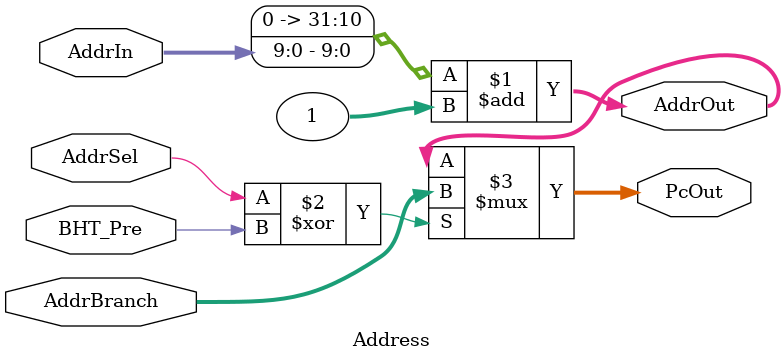
<source format=v>
`timescale 1ns / 1ps


module Address(AddrIn, AddrBranch, AddrSel, BHT_Pre,AddrOut, PcOut);
input [9:0] AddrIn;
input [31:0] AddrBranch;
input AddrSel, BHT_Pre;
output [31:0] AddrOut, PcOut;

assign AddrOut = {{22{1'b0}},AddrIn} + 32'b1;
assign PcOut = AddrSel ^ BHT_Pre ? AddrBranch : AddrOut;

endmodule

</source>
